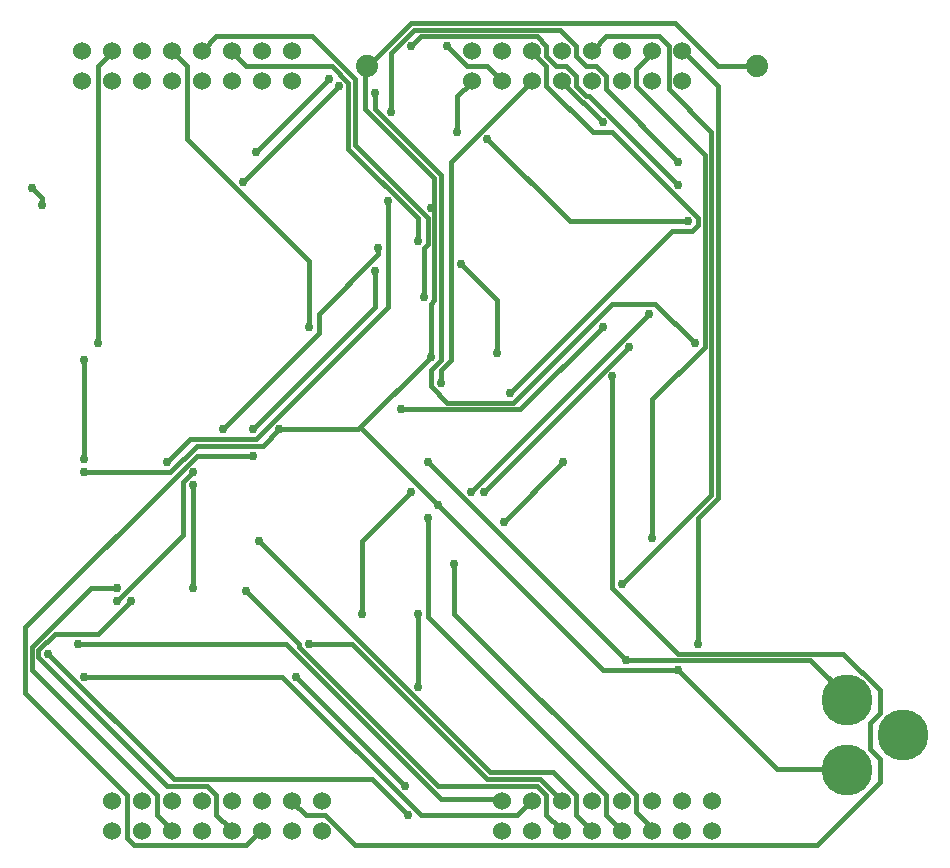
<source format=gbr>
G04 EAGLE Gerber X2 export*
%TF.Part,Single*%
%TF.FileFunction,Copper,L2,Bot,Mixed*%
%TF.FilePolarity,Positive*%
%TF.GenerationSoftware,Autodesk,EAGLE,8.6.3*%
%TF.CreationDate,2018-04-24T10:21:06Z*%
G75*
%MOMM*%
%FSLAX34Y34*%
%LPD*%
%AMOC8*
5,1,8,0,0,1.08239X$1,22.5*%
G01*
%ADD10C,1.530000*%
%ADD11C,4.318000*%
%ADD12C,1.879600*%
%ADD13C,0.406400*%
%ADD14C,0.756400*%


D10*
X76200Y660400D03*
X76200Y685800D03*
X101600Y660400D03*
X101600Y685800D03*
X127000Y660400D03*
X127000Y685800D03*
X152400Y660400D03*
X152400Y685800D03*
X177800Y660400D03*
X177800Y685800D03*
X203200Y660400D03*
X203200Y685800D03*
X228600Y660400D03*
X228600Y685800D03*
X254000Y660400D03*
X254000Y685800D03*
X406400Y660400D03*
X406400Y685800D03*
X431800Y660400D03*
X431800Y685800D03*
X457200Y660400D03*
X457200Y685800D03*
X482600Y660400D03*
X482600Y685800D03*
X508000Y660400D03*
X508000Y685800D03*
X533400Y660400D03*
X533400Y685800D03*
X558800Y660400D03*
X558800Y685800D03*
X584200Y660400D03*
X584200Y685800D03*
D11*
X723900Y137000D03*
X723900Y77000D03*
X770900Y107000D03*
D10*
X101600Y25400D03*
X101600Y50800D03*
X127000Y25400D03*
X127000Y50800D03*
X152400Y25400D03*
X152400Y50800D03*
X177800Y25400D03*
X177800Y50800D03*
X203200Y25400D03*
X203200Y50800D03*
X228600Y25400D03*
X228600Y50800D03*
X254000Y25400D03*
X254000Y50800D03*
X279400Y25400D03*
X279400Y50800D03*
X431800Y25400D03*
X431800Y50800D03*
X457200Y25400D03*
X457200Y50800D03*
X482600Y25400D03*
X482600Y50800D03*
X508000Y25400D03*
X508000Y50800D03*
X533400Y25400D03*
X533400Y50800D03*
X558800Y25400D03*
X558800Y50800D03*
X584200Y25400D03*
X584200Y50800D03*
X609600Y25400D03*
X609600Y50800D03*
D12*
X647700Y673100D03*
X317500Y673100D03*
D13*
X536448Y170434D02*
X692912Y170434D01*
X723646Y139700D01*
X723900Y137000D01*
X536448Y170434D02*
X368808Y338074D01*
D14*
X536448Y170434D03*
X368808Y338074D03*
D13*
X581152Y592328D02*
X519684Y653796D01*
X519684Y664972D01*
X511302Y673354D01*
X502920Y673354D01*
X494538Y681736D01*
X494538Y690118D01*
X480568Y704088D01*
X357632Y704088D01*
X338074Y684530D01*
X338074Y634238D01*
D14*
X581152Y592328D03*
X338074Y634238D03*
D13*
X488950Y542036D02*
X589534Y542036D01*
X488950Y542036D02*
X419100Y611886D01*
D14*
X589534Y542036D03*
X419100Y611886D03*
D13*
X89408Y673354D02*
X89408Y438658D01*
X89408Y673354D02*
X100584Y684530D01*
X101600Y685800D01*
D14*
X89408Y438658D03*
D13*
X268224Y452628D02*
X268224Y508508D01*
X164846Y611886D01*
X164846Y673354D01*
X152400Y685800D01*
D14*
X268224Y452628D03*
D13*
X366014Y477774D02*
X366014Y519684D01*
X368808Y522478D01*
X368808Y544830D01*
X307340Y606298D01*
X307340Y662178D01*
X271018Y698500D01*
X189992Y698500D01*
X178816Y687324D01*
X177800Y685800D01*
D14*
X366014Y477774D03*
D13*
X427482Y474980D02*
X427482Y430276D01*
X427482Y474980D02*
X396748Y505714D01*
X360426Y525272D02*
X360426Y544830D01*
X301752Y603504D01*
X301752Y659384D01*
X287782Y673354D01*
X215138Y673354D01*
X203962Y684530D01*
X203200Y685800D01*
D14*
X427482Y430276D03*
X396748Y505714D03*
X360426Y525272D03*
D13*
X561594Y472186D02*
X595122Y438658D01*
X561594Y472186D02*
X525272Y472186D01*
X441452Y388366D01*
X385572Y388366D01*
X371602Y402336D01*
X371602Y416306D01*
X379984Y424688D01*
X379984Y581152D01*
X324104Y637032D01*
X324104Y651002D01*
D14*
X595122Y438658D03*
X324104Y651002D03*
D13*
X505714Y648208D02*
X581152Y572770D01*
X505714Y648208D02*
X502920Y648208D01*
X494538Y656590D01*
X494538Y664972D01*
X486156Y673354D01*
X477774Y673354D01*
X469392Y681736D01*
X469392Y690118D01*
X461010Y698500D01*
X363220Y698500D01*
X354838Y690118D01*
D14*
X581152Y572770D03*
X354838Y690118D03*
D13*
X167640Y357632D02*
X148082Y338074D01*
X167640Y357632D02*
X223520Y357632D01*
X335280Y469392D01*
X335280Y558800D01*
X393954Y617474D02*
X393954Y648208D01*
X405130Y659384D01*
X406400Y660400D01*
D14*
X148082Y338074D03*
X335280Y558800D03*
X393954Y617474D03*
D13*
X402336Y673354D02*
X385572Y690118D01*
X402336Y673354D02*
X419100Y673354D01*
X430276Y662178D01*
X431800Y660400D01*
D14*
X385572Y690118D03*
D13*
X379984Y416306D02*
X379984Y405130D01*
X379984Y416306D02*
X388366Y424688D01*
X388366Y592328D01*
X455422Y659384D01*
X457200Y660400D01*
D14*
X379984Y405130D03*
D13*
X346456Y382778D02*
X447040Y382778D01*
X516890Y452628D01*
X516890Y625856D02*
X483362Y659384D01*
X482600Y660400D01*
D14*
X346456Y382778D03*
X516890Y452628D03*
X516890Y625856D03*
D13*
X170434Y318516D02*
X170434Y231902D01*
X223520Y600710D02*
X284988Y662178D01*
D14*
X170434Y231902D03*
X170434Y318516D03*
X223520Y600710D03*
X284988Y662178D03*
D13*
X162052Y276606D02*
X106172Y220726D01*
X162052Y276606D02*
X162052Y321310D01*
X170434Y329692D01*
X212344Y575564D02*
X293370Y656590D01*
D14*
X106172Y220726D03*
X170434Y329692D03*
X212344Y575564D03*
X293370Y656590D03*
D13*
X312928Y271018D02*
X312928Y209550D01*
X312928Y271018D02*
X354838Y312928D01*
X438658Y396748D02*
X575564Y533654D01*
X592328Y533654D01*
X597916Y539242D01*
X597916Y544830D01*
X525272Y617474D01*
X508508Y617474D01*
X469392Y656590D01*
X469392Y673354D01*
X458216Y684530D01*
X457200Y685800D01*
D14*
X312928Y209550D03*
X354838Y312928D03*
X438658Y396748D03*
D13*
X533654Y234696D02*
X609092Y310134D01*
X609092Y617474D01*
X572770Y653796D01*
X572770Y690118D01*
X564388Y698500D01*
X519684Y698500D01*
X508508Y687324D01*
X508000Y685800D01*
D14*
X533654Y234696D03*
D13*
X558800Y273812D02*
X558800Y391160D01*
X603504Y435864D01*
X603504Y597916D01*
X544830Y656590D01*
X544830Y670560D01*
X558800Y684530D01*
X558800Y685800D01*
D14*
X558800Y273812D03*
D13*
X597916Y290576D02*
X597916Y184404D01*
X597916Y290576D02*
X614680Y307340D01*
X614680Y656590D01*
X586740Y684530D01*
X584200Y685800D01*
D14*
X597916Y184404D03*
D13*
X41910Y556006D02*
X41910Y561594D01*
X33528Y569976D01*
D14*
X41910Y556006D03*
X33528Y569976D03*
D13*
X83820Y231902D02*
X106172Y231902D01*
X83820Y231902D02*
X33528Y181610D01*
X33528Y162052D01*
X139700Y55880D01*
X139700Y39116D01*
X150876Y27940D01*
X152400Y25400D01*
D14*
X106172Y231902D03*
D13*
X326898Y514096D02*
X326898Y519684D01*
X326898Y514096D02*
X276606Y463804D01*
X276606Y447040D01*
X195580Y366014D01*
X117348Y220726D02*
X89408Y192786D01*
X53086Y192786D01*
X39116Y178816D01*
X39116Y173228D01*
X148082Y64262D01*
X181610Y64262D01*
X189992Y55880D01*
X189992Y39116D01*
X201168Y27940D01*
X203200Y25400D01*
D14*
X326898Y519684D03*
X195580Y366014D03*
X117348Y220726D03*
D13*
X324104Y469392D02*
X324104Y500126D01*
X324104Y469392D02*
X220726Y366014D01*
X220726Y343662D02*
X173228Y343662D01*
X27940Y198374D01*
X27940Y142494D01*
X114554Y55880D01*
X114554Y19558D01*
X120142Y13970D01*
X215138Y13970D01*
X226314Y25146D01*
X228600Y25400D01*
D14*
X324104Y500126D03*
X220726Y366014D03*
X220726Y343662D03*
D13*
X405130Y312928D02*
X556006Y463804D01*
X360426Y209550D02*
X360426Y148082D01*
D14*
X556006Y463804D03*
X405130Y312928D03*
X360426Y209550D03*
X360426Y148082D03*
D13*
X416306Y312928D02*
X539242Y435864D01*
D14*
X539242Y435864D03*
X416306Y312928D03*
D13*
X78232Y340868D02*
X78232Y424688D01*
D14*
X78232Y424688D03*
X78232Y340868D03*
D13*
X525272Y410718D02*
X525272Y231902D01*
X581152Y176022D01*
X720852Y176022D01*
X751586Y145288D01*
X751586Y125730D01*
X743204Y117348D01*
X743204Y94996D01*
X751586Y86614D01*
X751586Y67056D01*
X698500Y13970D01*
X307340Y13970D01*
X282194Y39116D01*
X265430Y39116D01*
X254254Y50292D01*
X254000Y50800D01*
D14*
X525272Y410718D03*
D13*
X483362Y338074D02*
X433070Y287782D01*
D14*
X483362Y338074D03*
X433070Y287782D03*
D13*
X153670Y69850D02*
X47498Y176022D01*
X153670Y69850D02*
X321310Y69850D01*
X352044Y39116D01*
D14*
X47498Y176022D03*
X352044Y39116D03*
D13*
X259842Y184404D02*
X215138Y229108D01*
X259842Y184404D02*
X259842Y181610D01*
X377190Y64262D01*
X461010Y64262D01*
X469392Y55880D01*
X469392Y39116D01*
X480568Y27940D01*
X482600Y25400D01*
D14*
X215138Y229108D03*
D13*
X226314Y271018D02*
X421894Y75438D01*
X474980Y75438D01*
X494538Y55880D01*
X494538Y39116D01*
X505714Y27940D01*
X508000Y25400D01*
D14*
X226314Y271018D03*
D13*
X368808Y290576D02*
X368808Y206756D01*
X519684Y55880D01*
X519684Y39116D01*
X533400Y25400D01*
D14*
X368808Y290576D03*
D13*
X391160Y251460D02*
X391160Y209550D01*
X544830Y55880D01*
X544830Y41910D01*
X558800Y27940D01*
X558800Y25400D01*
D14*
X391160Y251460D03*
D13*
X248666Y184404D02*
X72644Y184404D01*
X248666Y184404D02*
X379984Y53086D01*
X430276Y53086D01*
X431800Y50800D01*
D14*
X72644Y184404D03*
D13*
X78232Y156464D02*
X245872Y156464D01*
X363220Y39116D01*
X444246Y39116D01*
X455422Y50292D01*
X457200Y50800D01*
D14*
X78232Y156464D03*
D13*
X268224Y184404D02*
X304546Y184404D01*
X419100Y69850D01*
X463804Y69850D01*
X480568Y53086D01*
X482600Y50800D01*
D14*
X268224Y184404D03*
D13*
X257048Y156464D02*
X349250Y64262D01*
D14*
X257048Y156464D03*
X349250Y64262D03*
D13*
X664972Y78232D02*
X723646Y78232D01*
X664972Y78232D02*
X581152Y162052D01*
X723646Y78232D02*
X723900Y77000D01*
X371602Y427482D02*
X371602Y472186D01*
X374396Y474980D01*
X374396Y553212D02*
X374396Y578358D01*
X374396Y553212D02*
X374396Y474980D01*
X374396Y578358D02*
X315722Y637032D01*
X315722Y670560D01*
X317500Y673100D01*
X371602Y553212D02*
X374396Y553212D01*
X310134Y366014D02*
X243078Y366014D01*
X311531Y367411D02*
X371602Y427482D01*
X311531Y367411D02*
X310134Y366014D01*
X311531Y367411D02*
X377190Y301752D01*
X150876Y329692D02*
X78232Y329692D01*
X150876Y329692D02*
X173228Y352044D01*
X229108Y352044D01*
X243078Y366014D01*
X614680Y673354D02*
X645414Y673354D01*
X614680Y673354D02*
X578358Y709676D01*
X354838Y709676D01*
X318516Y673354D01*
X645414Y673354D02*
X647700Y673100D01*
X318516Y673354D02*
X317500Y673100D01*
X516890Y162052D02*
X581152Y162052D01*
X516890Y162052D02*
X377190Y301752D01*
D14*
X581152Y162052D03*
X371602Y427482D03*
X371602Y553212D03*
X243078Y366014D03*
X377190Y301752D03*
X78232Y329692D03*
M02*

</source>
